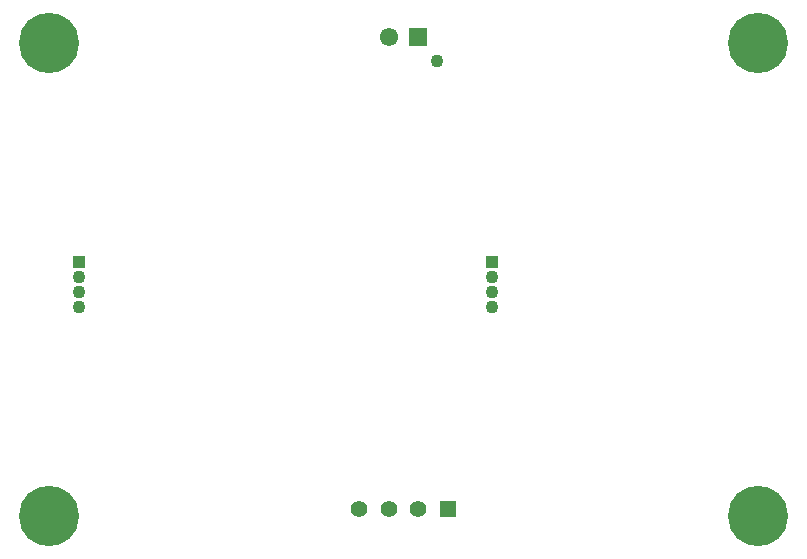
<source format=gbs>
G04*
G04 #@! TF.GenerationSoftware,Altium Limited,Altium Designer,22.0.2 (36)*
G04*
G04 Layer_Color=16711935*
%FSLAX25Y25*%
%MOIN*%
G70*
G04*
G04 #@! TF.SameCoordinates,06193FC8-5D6C-4A92-8117-1C24C744AA4C*
G04*
G04*
G04 #@! TF.FilePolarity,Negative*
G04*
G01*
G75*
%ADD14C,0.05512*%
%ADD15R,0.05512X0.05512*%
%ADD16R,0.06102X0.06102*%
%ADD17C,0.06102*%
%ADD18C,0.04331*%
%ADD19C,0.20085*%
%ADD20R,0.04337X0.04337*%
%ADD21C,0.04337*%
D14*
X-14764Y-76673D02*
D03*
X-4921D02*
D03*
X4921D02*
D03*
D15*
X14764D02*
D03*
D16*
X4921Y80807D02*
D03*
D17*
X-4921D02*
D03*
D18*
X11220Y72933D02*
D03*
D19*
X-118110Y78740D02*
D03*
X118110D02*
D03*
X-118110Y-78740D02*
D03*
X118110D02*
D03*
D20*
X-108268Y5906D02*
D03*
X29528D02*
D03*
D21*
X-108268Y905D02*
D03*
Y-4095D02*
D03*
Y-9094D02*
D03*
X29528Y905D02*
D03*
Y-4095D02*
D03*
Y-9094D02*
D03*
M02*

</source>
